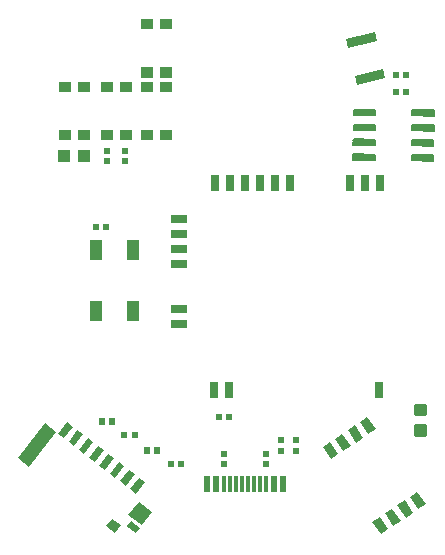
<source format=gbr>
G04 EAGLE Gerber RS-274X export*
G75*
%MOMM*%
%FSLAX34Y34*%
%LPD*%
%INSolderpaste Top*%
%IPPOS*%
%AMOC8*
5,1,8,0,0,1.08239X$1,22.5*%
G01*
%ADD10R,1.100000X1.000000*%
%ADD11R,0.600000X1.450000*%
%ADD12R,0.300000X1.450000*%
%ADD13R,0.600000X0.540000*%
%ADD14R,0.711200X1.422400*%
%ADD15R,1.422400X0.711200*%
%ADD16R,0.609600X1.244600*%
%ADD17R,1.193800X3.784600*%
%ADD18R,1.447800X1.397000*%
%ADD19R,0.990600X0.609600*%
%ADD20R,0.939800X0.838200*%
%ADD21C,0.147500*%
%ADD22R,2.500000X0.750000*%
%ADD23R,1.000000X0.900000*%
%ADD24R,0.540000X0.600000*%
%ADD25R,0.760000X1.270000*%
%ADD26R,0.900000X1.000000*%
%ADD27R,1.000000X1.651000*%
%ADD28C,0.300000*%


D10*
X68190Y361950D03*
X51190Y361950D03*
D11*
X171970Y83970D03*
X179970Y83970D03*
D12*
X201970Y83970D03*
X196970Y83970D03*
X191970Y83970D03*
X186970Y83970D03*
X206970Y83970D03*
X211970Y83970D03*
X216970Y83970D03*
X221970Y83970D03*
D11*
X228970Y83970D03*
X236970Y83970D03*
D13*
X102870Y366270D03*
X102870Y357630D03*
X186690Y109730D03*
X186690Y101090D03*
X222250Y109730D03*
X222250Y101090D03*
X87630Y366270D03*
X87630Y357630D03*
D14*
X178474Y163990D03*
X191174Y163990D03*
X318174Y163990D03*
X178603Y339206D03*
X191303Y339206D03*
X216703Y339206D03*
X229403Y339206D03*
X242103Y339206D03*
X318303Y339206D03*
D15*
X148511Y219640D03*
X148511Y232340D03*
X148511Y270440D03*
X148511Y283140D03*
X148511Y295840D03*
X148511Y308540D03*
D14*
X204003Y339206D03*
X305603Y339206D03*
X292903Y339206D03*
D16*
G36*
X112034Y76038D02*
X107210Y79766D01*
X114820Y89612D01*
X119644Y85884D01*
X112034Y76038D01*
G37*
G36*
X103331Y82765D02*
X98507Y86493D01*
X106117Y96339D01*
X110941Y92611D01*
X103331Y82765D01*
G37*
G36*
X94627Y89491D02*
X89803Y93219D01*
X97413Y103065D01*
X102237Y99337D01*
X94627Y89491D01*
G37*
G36*
X85924Y96218D02*
X81100Y99946D01*
X88710Y109792D01*
X93534Y106064D01*
X85924Y96218D01*
G37*
G36*
X77220Y102945D02*
X72396Y106673D01*
X80006Y116519D01*
X84830Y112791D01*
X77220Y102945D01*
G37*
G36*
X68517Y109672D02*
X63693Y113400D01*
X71303Y123246D01*
X76127Y119518D01*
X68517Y109672D01*
G37*
G36*
X59813Y116399D02*
X54989Y120127D01*
X62599Y129973D01*
X67423Y126245D01*
X59813Y116399D01*
G37*
G36*
X51110Y123125D02*
X46286Y126853D01*
X53896Y136699D01*
X58720Y132971D01*
X51110Y123125D01*
G37*
D17*
G36*
X21389Y98701D02*
X11944Y106001D01*
X35087Y135945D01*
X44532Y128645D01*
X21389Y98701D01*
G37*
D18*
G36*
X117192Y49286D02*
X105737Y58140D01*
X114280Y69192D01*
X125735Y60338D01*
X117192Y49286D01*
G37*
D19*
G36*
X111926Y42533D02*
X104090Y48590D01*
X107818Y53413D01*
X115654Y47356D01*
X111926Y42533D01*
G37*
D20*
G36*
X93987Y42631D02*
X86552Y48378D01*
X91677Y55009D01*
X99112Y49262D01*
X93987Y42631D01*
G37*
D21*
X345630Y362703D02*
X363854Y362480D01*
X363800Y358055D01*
X345576Y358278D01*
X345630Y362703D01*
X345590Y359456D02*
X363817Y359456D01*
X363834Y360857D02*
X345607Y360857D01*
X345625Y362258D02*
X363851Y362258D01*
X364010Y375179D02*
X345786Y375402D01*
X364010Y375179D02*
X363956Y370754D01*
X345732Y370977D01*
X345786Y375402D01*
X345746Y372155D02*
X363973Y372155D01*
X363990Y373556D02*
X345763Y373556D01*
X345781Y374957D02*
X364007Y374957D01*
X364165Y387878D02*
X345941Y388101D01*
X364165Y387878D02*
X364111Y383453D01*
X345887Y383676D01*
X345941Y388101D01*
X345901Y384854D02*
X364128Y384854D01*
X364145Y386255D02*
X345918Y386255D01*
X345936Y387656D02*
X364162Y387656D01*
X364320Y400577D02*
X346096Y400800D01*
X364320Y400577D02*
X364266Y396152D01*
X346042Y396375D01*
X346096Y400800D01*
X346056Y397553D02*
X364283Y397553D01*
X364300Y398954D02*
X346073Y398954D01*
X346091Y400355D02*
X364317Y400355D01*
X314824Y401182D02*
X296600Y401405D01*
X314824Y401182D02*
X314770Y396757D01*
X296546Y396980D01*
X296600Y401405D01*
X296560Y398158D02*
X314787Y398158D01*
X314804Y399559D02*
X296577Y399559D01*
X296595Y400960D02*
X314821Y400960D01*
X314668Y388483D02*
X296444Y388706D01*
X314668Y388483D02*
X314614Y384058D01*
X296390Y384281D01*
X296444Y388706D01*
X296404Y385459D02*
X314631Y385459D01*
X314648Y386860D02*
X296421Y386860D01*
X296439Y388261D02*
X314665Y388261D01*
X314513Y375784D02*
X296289Y376007D01*
X314513Y375784D02*
X314459Y371359D01*
X296235Y371582D01*
X296289Y376007D01*
X296249Y372760D02*
X314476Y372760D01*
X314493Y374161D02*
X296266Y374161D01*
X296284Y375562D02*
X314510Y375562D01*
X314358Y363085D02*
X296134Y363308D01*
X314358Y363085D02*
X314304Y358660D01*
X296080Y358883D01*
X296134Y363308D01*
X296094Y360061D02*
X314321Y360061D01*
X314338Y361462D02*
X296111Y361462D01*
X296129Y362863D02*
X314355Y362863D01*
D22*
G36*
X315846Y459630D02*
X291528Y453837D01*
X289790Y461132D01*
X314108Y466925D01*
X315846Y459630D01*
G37*
G36*
X323378Y428015D02*
X299060Y422222D01*
X297322Y429517D01*
X321640Y435310D01*
X323378Y428015D01*
G37*
D23*
X51690Y420550D03*
X67690Y420550D03*
X67690Y379550D03*
X51690Y379550D03*
X121540Y420550D03*
X137540Y420550D03*
X137540Y379550D03*
X121540Y379550D03*
D24*
G36*
X86051Y134138D02*
X80653Y134063D01*
X80569Y140062D01*
X85967Y140137D01*
X86051Y134138D01*
G37*
G36*
X94691Y134258D02*
X89293Y134183D01*
X89209Y140182D01*
X94607Y140257D01*
X94691Y134258D01*
G37*
D25*
G36*
X325586Y45978D02*
X319255Y41773D01*
X312228Y52350D01*
X318559Y56555D01*
X325586Y45978D01*
G37*
G36*
X336164Y53006D02*
X329833Y48801D01*
X322806Y59378D01*
X329137Y63583D01*
X336164Y53006D01*
G37*
G36*
X283418Y109446D02*
X277087Y105241D01*
X270060Y115818D01*
X276391Y120023D01*
X283418Y109446D01*
G37*
G36*
X293996Y116474D02*
X287665Y112269D01*
X280638Y122846D01*
X286969Y127051D01*
X293996Y116474D01*
G37*
G36*
X346742Y60034D02*
X340411Y55829D01*
X333384Y66406D01*
X339715Y70611D01*
X346742Y60034D01*
G37*
G36*
X357320Y67062D02*
X350989Y62857D01*
X343962Y73434D01*
X350293Y77639D01*
X357320Y67062D01*
G37*
G36*
X304574Y123502D02*
X298243Y119297D01*
X291216Y129874D01*
X297547Y134079D01*
X304574Y123502D01*
G37*
G36*
X315152Y130530D02*
X308821Y126325D01*
X301794Y136902D01*
X308125Y141107D01*
X315152Y130530D01*
G37*
D26*
G36*
X132453Y428380D02*
X132484Y437379D01*
X142483Y437344D01*
X142452Y428345D01*
X132453Y428380D01*
G37*
G36*
X116453Y428436D02*
X116484Y437435D01*
X126483Y437400D01*
X126452Y428401D01*
X116453Y428436D01*
G37*
G36*
X116597Y469436D02*
X116628Y478435D01*
X126627Y478400D01*
X126596Y469401D01*
X116597Y469436D01*
G37*
G36*
X132597Y469380D02*
X132628Y478379D01*
X142627Y478344D01*
X142596Y469345D01*
X132597Y469380D01*
G37*
D24*
X102360Y125730D03*
X111000Y125730D03*
G36*
X124130Y110019D02*
X118732Y109982D01*
X118690Y115981D01*
X124088Y116018D01*
X124130Y110019D01*
G37*
G36*
X132770Y110079D02*
X127372Y110042D01*
X127330Y116041D01*
X132728Y116078D01*
X132770Y110079D01*
G37*
X141730Y101600D03*
X150370Y101600D03*
X78230Y302260D03*
X86870Y302260D03*
X191010Y140970D03*
X182370Y140970D03*
D27*
X77980Y230770D03*
X77980Y282310D03*
X109980Y282310D03*
X109980Y230770D03*
D28*
X349560Y133160D02*
X356560Y133160D01*
X356560Y126160D01*
X349560Y126160D01*
X349560Y133160D01*
X349560Y129010D02*
X356560Y129010D01*
X356560Y131860D02*
X349560Y131860D01*
X349560Y150700D02*
X356560Y150700D01*
X356560Y143700D01*
X349560Y143700D01*
X349560Y150700D01*
X349560Y146550D02*
X356560Y146550D01*
X356560Y149400D02*
X349560Y149400D01*
D13*
X247650Y121160D03*
X247650Y112520D03*
X234950Y112520D03*
X234950Y121160D03*
D23*
X103250Y379550D03*
X87250Y379550D03*
X87250Y420550D03*
X103250Y420550D03*
D24*
X332230Y416560D03*
X340870Y416560D03*
X332230Y430530D03*
X340870Y430530D03*
M02*

</source>
